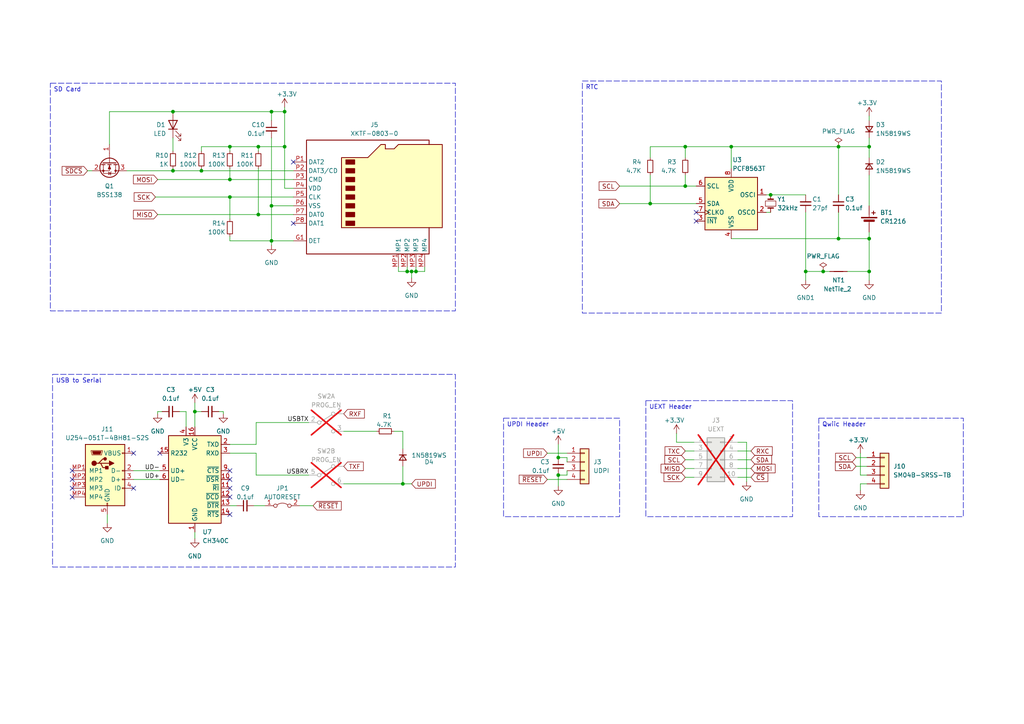
<source format=kicad_sch>
(kicad_sch (version 20230121) (generator eeschema)
  (paper "A4")
  (lib_symbols
    (symbol "Connector:Micro_SD_Card_Det1"
      (property "Reference" "J11" (at 0.635 20.955 0))
      (property "Value" "Micro_SD_Card_Det1" (at 0.635 18.415 0))
      (symbol "Micro_SD_Card_Det1_0_1"
        (rectangle (start -7.62 -6.985) (end -5.08 -8.255) (stroke (width 0.254)) (fill (type outline)))
        (rectangle (start -7.62 -4.445) (end -5.08 -5.715) (stroke (width 0.254)) (fill (type outline)))
        (rectangle (start -7.62 -1.905) (end -5.08 -3.175) (stroke (width 0.254)) (fill (type outline)))
        (rectangle (start -7.62 0.635) (end -5.08 -0.635) (stroke (width 0.254)) (fill (type outline)))
        (rectangle (start -7.62 3.175) (end -5.08 1.905) (stroke (width 0.254)) (fill (type outline)))
        (rectangle (start -7.62 5.715) (end -5.08 4.445) (stroke (width 0.254)) (fill (type outline)))
        (rectangle (start -7.62 8.255) (end -5.08 6.985) (stroke (width 0.254)) (fill (type outline)))
        (rectangle (start -7.62 10.795) (end -5.08 9.525) (stroke (width 0.254)) (fill (type outline)))
        (polyline (pts (xy 16.51 15.24) (xy 16.51 16.51) (xy -19.05 16.51) (xy -19.05 -16.51) (xy 16.51 -16.51) (xy 16.51 -8.89)) (stroke (width 0.254)))
        (polyline (pts (xy -8.89 -8.89) (xy -8.89 11.43) (xy -1.27 11.43) (xy 2.54 15.24) (xy 3.81 15.24) (xy 3.81 13.97) (xy 6.35 13.97) (xy 7.62 15.24) (xy 20.32 15.24) (xy 20.32 -8.89) (xy -8.89 -8.89)) (stroke (width 0.254)) (fill (type background)))
      )
      (symbol "Micro_SD_Card_Det1_1_1"
        (pin passive line (at -22.86 -12.7 0) (length 3.81) (name "DET") (number "G1"))
        (pin passive line (at 7.62 -20.32 90) (length 3.81) (name "MP1") (number "MP1"))
        (pin passive line (at 10.16 -20.32 90) (length 3.81) (name "MP2") (number "MP2"))
        (pin passive line (at 12.7 -20.32 90) (length 3.81) (name "MP3") (number "MP3"))
        (pin passive line (at 15.24 -20.32 90) (length 3.81) (name "MP4") (number "MP4"))
        (pin bidirectional line (at -22.86 10.16 0) (length 3.81) (name "DAT2") (number "P1"))
        (pin bidirectional line (at -22.86 7.62 0) (length 3.81) (name "DAT3/CD") (number "P2"))
        (pin input line (at -22.86 5.08 0) (length 3.81) (name "CMD") (number "P3"))
        (pin power_in line (at -22.86 2.54 0) (length 3.81) (name "VDD") (number "P4"))
        (pin input line (at -22.86 0 0) (length 3.81) (name "CLK") (number "P5"))
        (pin power_in line (at -22.86 -2.54 0) (length 3.81) (name "VSS") (number "P6"))
        (pin bidirectional line (at -22.86 -5.08 0) (length 3.81) (name "DAT0") (number "P7"))
        (pin bidirectional line (at -22.86 -7.62 0) (length 3.81) (name "DAT1") (number "P8"))
      )
    )
    (symbol "Connector:USB_B_Micro" (pin_names (offset 1.016))
      (property "Reference" "J11" (at 0 12.065 0))
      (property "Value" "U254-051T-4BH81-S2S" (at 0 9.525 0))
      (symbol "USB_B_Micro_0_1"
        (rectangle (start -6.35 7.62) (end 5.08 -10.16) (stroke (width 0.254)) (fill (type background)))
        (circle (center -3.81 2.159) (radius 0.635) (stroke (width 0.254)) (fill (type outline)))
        (circle (center -0.635 3.429) (radius 0.381) (stroke (width 0.254)) (fill (type outline)))
        (rectangle (start -0.127 -9.398) (end 0.127 -10.16))
        (polyline (pts (xy -1.905 2.159) (xy 0.635 2.159)) (stroke (width 0.254)))
        (polyline (pts (xy -3.175 2.159) (xy -2.54 2.159) (xy -1.27 3.429) (xy -0.635 3.429)) (stroke (width 0.254)))
        (polyline (pts (xy -2.54 2.159) (xy -1.905 2.159) (xy -1.27 0.889) (xy 0 0.889)) (stroke (width 0.254)))
        (polyline (pts (xy 0.635 2.794) (xy 0.635 1.524) (xy 1.905 2.159) (xy 0.635 2.794)) (stroke (width 0.254)) (fill (type outline)))
        (polyline (pts (xy -4.318 5.588) (xy -1.778 5.588) (xy -2.032 4.826) (xy -4.064 4.826) (xy -4.318 5.588)) (fill (type outline)))
        (polyline (pts (xy -4.699 5.842) (xy -4.699 5.588) (xy -4.445 4.826) (xy -4.445 4.572) (xy -1.651 4.572) (xy -1.651 4.826) (xy -1.397 5.588) (xy -1.397 5.842) (xy -4.699 5.842)))
        (rectangle (start 0.254 1.27) (end -0.508 0.508) (stroke (width 0.254)) (fill (type outline)))
        (rectangle (start 5.08 -5.207) (end 4.318 -4.953))
        (rectangle (start 5.08 -2.667) (end 4.318 -2.413))
        (rectangle (start 5.08 -0.127) (end 4.318 0.127))
        (rectangle (start 5.08 4.953) (end 4.318 5.207))
      )
      (symbol "USB_B_Micro_1_1"
        (pin power_out line (at 7.62 5.08 180) (length 2.54) (name "VBUS") (number "1"))
        (pin bidirectional line (at 7.62 0 180) (length 2.54) (name "D-") (number "2"))
        (pin bidirectional line (at 7.62 -2.54 180) (length 2.54) (name "D+") (number "3"))
        (pin passive line (at 7.62 -5.08 180) (length 2.54) (name "ID") (number "4"))
        (pin power_out line (at 0 -12.7 90) (length 2.54) (name "GND") (number "5"))
        (pin passive line (at -10.16 0 0) (length 3.81) (name "MP1") (number "MP1"))
        (pin passive line (at -10.16 -2.54 0) (length 3.81) (name "MP2") (number "MP2"))
        (pin passive line (at -10.16 -5.08 0) (length 3.81) (name "MP3") (number "MP3"))
        (pin passive line (at -10.16 -7.62 0) (length 3.81) (name "MP4") (number "MP4"))
      )
    )
    (symbol "Connector_Generic:Conn_01x04" (pin_names (offset 1.016) hide)
      (property "Reference" "J" (at 0 5.08 0))
      (property "Value" "Conn_01x04" (at 0 -7.62 0))
      (symbol "Conn_01x04_1_1"
        (rectangle (start -1.27 -4.953) (end 0 -5.207) (stroke (width 0.1524)))
        (rectangle (start -1.27 -2.413) (end 0 -2.667) (stroke (width 0.1524)))
        (rectangle (start -1.27 0.127) (end 0 -0.127) (stroke (width 0.1524)))
        (rectangle (start -1.27 2.667) (end 0 2.413) (stroke (width 0.1524)))
        (rectangle (start -1.27 3.81) (end 1.27 -6.35) (stroke (width 0.254)) (fill (type background)))
        (pin passive line (at -5.08 2.54 0) (length 3.81) (name "Pin_1") (number "1"))
        (pin passive line (at -5.08 0 0) (length 3.81) (name "Pin_2") (number "2"))
        (pin passive line (at -5.08 -2.54 0) (length 3.81) (name "Pin_3") (number "3"))
        (pin passive line (at -5.08 -5.08 0) (length 3.81) (name "Pin_4") (number "4"))
      )
    )
    (symbol "Connector_Generic:Conn_02x05_Odd_Even" (pin_names (offset 1.016) hide)
      (property "Reference" "J" (at 1.27 7.62 0))
      (property "Value" "Conn_02x05_Odd_Even" (at 1.27 -7.62 0))
      (symbol "Conn_02x05_Odd_Even_1_1"
        (rectangle (start -1.27 -4.953) (end 0 -5.207) (stroke (width 0.1524)))
        (rectangle (start -1.27 -2.413) (end 0 -2.667) (stroke (width 0.1524)))
        (rectangle (start -1.27 0.127) (end 0 -0.127) (stroke (width 0.1524)))
        (rectangle (start -1.27 2.667) (end 0 2.413) (stroke (width 0.1524)))
        (rectangle (start -1.27 5.207) (end 0 4.953) (stroke (width 0.1524)))
        (rectangle (start -1.27 6.35) (end 3.81 -6.35) (stroke (width 0.254)) (fill (type background)))
        (rectangle (start 3.81 -4.953) (end 2.54 -5.207) (stroke (width 0.1524)))
        (rectangle (start 3.81 -2.413) (end 2.54 -2.667) (stroke (width 0.1524)))
        (rectangle (start 3.81 0.127) (end 2.54 -0.127) (stroke (width 0.1524)))
        (rectangle (start 3.81 2.667) (end 2.54 2.413) (stroke (width 0.1524)))
        (rectangle (start 3.81 5.207) (end 2.54 4.953) (stroke (width 0.1524)))
        (pin passive line (at -5.08 5.08 0) (length 3.81) (name "Pin_1") (number "1"))
        (pin passive line (at 7.62 -5.08 180) (length 3.81) (name "Pin_10") (number "10"))
        (pin passive line (at 7.62 5.08 180) (length 3.81) (name "Pin_2") (number "2"))
        (pin passive line (at -5.08 2.54 0) (length 3.81) (name "Pin_3") (number "3"))
        (pin passive line (at 7.62 2.54 180) (length 3.81) (name "Pin_4") (number "4"))
        (pin passive line (at -5.08 0 0) (length 3.81) (name "Pin_5") (number "5"))
        (pin passive line (at 7.62 0 180) (length 3.81) (name "Pin_6") (number "6"))
        (pin passive line (at -5.08 -2.54 0) (length 3.81) (name "Pin_7") (number "7"))
        (pin passive line (at 7.62 -2.54 180) (length 3.81) (name "Pin_8") (number "8"))
        (pin passive line (at -5.08 -5.08 0) (length 3.81) (name "Pin_9") (number "9"))
      )
    )
    (symbol "Device:Battery_Cell" (pin_numbers hide) (pin_names (offset 0) hide)
      (property "Reference" "BT" (at 2.54 2.54 0))
      (property "Value" "Battery_Cell" (at 2.54 0 0))
      (symbol "Battery_Cell_0_1"
        (rectangle (start -2.286 1.778) (end 2.286 1.524) (fill (type outline)))
        (rectangle (start -1.524 1.016) (end 1.524 0.508) (fill (type outline)))
        (polyline (pts (xy 0 0.762) (xy 0 0)))
        (polyline (pts (xy 0 1.778) (xy 0 2.54)))
        (polyline (pts (xy 0.762 3.048) (xy 1.778 3.048)) (stroke (width 0.254)))
        (polyline (pts (xy 1.27 3.556) (xy 1.27 2.54)) (stroke (width 0.254)))
      )
      (symbol "Battery_Cell_1_1"
        (pin passive line (at 0 5.08 270) (length 2.54) (name "+") (number "1"))
        (pin passive line (at 0 -2.54 90) (length 2.54) (name "-") (number "2"))
      )
    )
    (symbol "Device:C_Small" (pin_numbers hide) (pin_names (offset 0.254) hide)
      (property "Reference" "C" (at 0.254 1.778 0))
      (property "Value" "C_Small" (at 0.254 -2.032 0))
      (symbol "C_Small_0_1"
        (polyline (pts (xy -1.524 -0.508) (xy 1.524 -0.508)) (stroke (width 0.3302)))
        (polyline (pts (xy -1.524 0.508) (xy 1.524 0.508)) (stroke (width 0.3048)))
      )
      (symbol "C_Small_1_1"
        (pin passive line (at 0 2.54 270) (length 2.032) (name "~") (number "1"))
        (pin passive line (at 0 -2.54 90) (length 2.032) (name "~") (number "2"))
      )
    )
    (symbol "Device:Crystal_Small" (pin_numbers hide) (pin_names (offset 1.016) hide)
      (property "Reference" "Y" (at 0 2.54 0))
      (property "Value" "Crystal_Small" (at 0 -2.54 0))
      (symbol "Crystal_Small_0_1"
        (rectangle (start -0.762 -1.524) (end 0.762 1.524))
        (polyline (pts (xy -1.27 -0.762) (xy -1.27 0.762)) (stroke (width 0.381)))
        (polyline (pts (xy 1.27 -0.762) (xy 1.27 0.762)) (stroke (width 0.381)))
      )
      (symbol "Crystal_Small_1_1"
        (pin passive line (at -2.54 0 0) (length 1.27) (name "1") (number "1"))
        (pin passive line (at 2.54 0 180) (length 1.27) (name "2") (number "2"))
      )
    )
    (symbol "Device:D_Small" (pin_numbers hide) (pin_names (offset 0.254) hide)
      (property "Reference" "D" (at -1.27 2.032 0))
      (property "Value" "D_Small" (at -3.81 -2.032 0))
      (symbol "D_Small_0_1"
        (polyline (pts (xy -0.762 -1.016) (xy -0.762 1.016)) (stroke (width 0.254)))
        (polyline (pts (xy -0.762 0) (xy 0.762 0)))
        (polyline (pts (xy 0.762 -1.016) (xy -0.762 0) (xy 0.762 1.016) (xy 0.762 -1.016)) (stroke (width 0.254)))
      )
      (symbol "D_Small_1_1"
        (pin passive line (at -2.54 0 0) (length 1.778) (name "K") (number "1"))
        (pin passive line (at 2.54 0 180) (length 1.778) (name "A") (number "2"))
      )
    )
    (symbol "Device:LED" (pin_numbers hide) (pin_names (offset 1.016) hide)
      (property "Reference" "D" (at 0 2.54 0))
      (property "Value" "LED" (at 0 -2.54 0))
      (symbol "LED_0_1"
        (polyline (pts (xy -1.27 -1.27) (xy -1.27 1.27)) (stroke (width 0.254)))
        (polyline (pts (xy -1.27 0) (xy 1.27 0)))
        (polyline (pts (xy 1.27 -1.27) (xy 1.27 1.27) (xy -1.27 0) (xy 1.27 -1.27)) (stroke (width 0.254)))
        (polyline (pts (xy -3.048 -0.762) (xy -4.572 -2.286) (xy -3.81 -2.286) (xy -4.572 -2.286) (xy -4.572 -1.524)))
        (polyline (pts (xy -1.778 -0.762) (xy -3.302 -2.286) (xy -2.54 -2.286) (xy -3.302 -2.286) (xy -3.302 -1.524)))
      )
      (symbol "LED_1_1"
        (pin passive line (at -3.81 0 0) (length 2.54) (name "K") (number "1"))
        (pin passive line (at 3.81 0 180) (length 2.54) (name "A") (number "2"))
      )
    )
    (symbol "Device:NetTie_2" (pin_numbers hide) (pin_names (offset 0) hide) (in_bom no)
      (property "Reference" "NT" (at 0 1.27 0))
      (property "Value" "NetTie_2" (at 0 -1.27 0))
      (symbol "NetTie_2_0_1"
        (polyline (pts (xy -1.27 0) (xy 1.27 0)) (stroke (width 0.254)))
      )
      (symbol "NetTie_2_1_1"
        (pin passive line (at -2.54 0 0) (length 2.54) (name "1") (number "1"))
        (pin passive line (at 2.54 0 180) (length 2.54) (name "2") (number "2"))
      )
    )
    (symbol "Device:R_Small" (pin_numbers hide) (pin_names (offset 0.254) hide)
      (property "Reference" "R" (at 0.762 0.508 0))
      (property "Value" "R_Small" (at 0.762 -1.016 0))
      (symbol "R_Small_0_1"
        (rectangle (start -0.762 1.778) (end 0.762 -1.778) (stroke (width 0.2032)))
      )
      (symbol "R_Small_1_1"
        (pin passive line (at 0 2.54 270) (length 0.762) (name "~") (number "1"))
        (pin passive line (at 0 -2.54 90) (length 0.762) (name "~") (number "2"))
      )
    )
    (symbol "GND_1" (power) (pin_names (offset 0))
      (property "Value" "GND_1" (at 0 -3.81 0))
      (symbol "GND_1_0_1"
        (polyline (pts (xy 0 0) (xy 0 -1.27) (xy 1.27 -1.27) (xy 0 -2.54) (xy -1.27 -1.27) (xy 0 -1.27)))
      )
      (symbol "GND_1_1_1"
        (pin power_in line (at 0 0 270) (length 0) hide (name "GND") (number "1"))
      )
    )
    (symbol "Interface_USB:CH340C"
      (property "Reference" "U" (at -5.08 13.97 0))
      (property "Value" "CH340C" (at 1.27 13.97 0))
      (symbol "CH340C_0_1"
        (rectangle (start -7.62 12.7) (end 7.62 -12.7) (stroke (width 0.254)) (fill (type background)))
      )
      (symbol "CH340C_1_1"
        (pin power_in line (at 0 -15.24 90) (length 2.54) (name "GND") (number "1"))
        (pin input line (at 10.16 0 180) (length 2.54) (name "~{DSR}") (number "10"))
        (pin input line (at 10.16 -2.54 180) (length 2.54) (name "~{RI}") (number "11"))
        (pin input line (at 10.16 -5.08 180) (length 2.54) (name "~{DCD}") (number "12"))
        (pin output line (at 10.16 -7.62 180) (length 2.54) (name "~{DTR}") (number "13"))
        (pin output line (at 10.16 -10.16 180) (length 2.54) (name "~{RTS}") (number "14"))
        (pin input line (at -10.16 7.62 0) (length 2.54) (name "R232") (number "15"))
        (pin power_in line (at 0 15.24 270) (length 2.54) (name "VCC") (number "16"))
        (pin output line (at 10.16 10.16 180) (length 2.54) (name "TXD") (number "2"))
        (pin input line (at 10.16 7.62 180) (length 2.54) (name "RXD") (number "3"))
        (pin passive line (at -2.54 15.24 270) (length 2.54) (name "V3") (number "4"))
        (pin bidirectional line (at -10.16 2.54 0) (length 2.54) (name "UD+") (number "5"))
        (pin bidirectional line (at -10.16 0 0) (length 2.54) (name "UD-") (number "6"))
        (pin no_connect line (at -7.62 -7.62 0) (length 2.54) hide (name "NC") (number "7"))
        (pin no_connect line (at -7.62 -10.16 0) (length 2.54) hide (name "NC") (number "8"))
        (pin input line (at 10.16 2.54 180) (length 2.54) (name "~{CTS}") (number "9"))
      )
    )
    (symbol "Jumper:Jumper_2_Bridged" (pin_names (offset 0) hide)
      (property "Reference" "JP" (at 0 1.905 0))
      (property "Value" "Jumper_2_Bridged" (at 0 -2.54 0))
      (symbol "Jumper_2_Bridged_0_0"
        (circle (center -2.032 0) (radius 0.508))
        (circle (center 2.032 0) (radius 0.508))
      )
      (symbol "Jumper_2_Bridged_0_1"
        (arc (start 1.524 0.254) (mid 0 0.762) (end -1.524 0.254))
      )
      (symbol "Jumper_2_Bridged_1_1"
        (pin passive line (at -5.08 0 0) (length 2.54) (name "A") (number "1"))
        (pin passive line (at 5.08 0 180) (length 2.54) (name "B") (number "2"))
      )
    )
    (symbol "Switch:SW_DPDT_x2" (pin_names (offset 0) hide)
      (property "Reference" "SW" (at 0 4.318 0))
      (property "Value" "SW_DPDT_x2" (at 0 -5.08 0))
      (symbol "SW_DPDT_x2_0_0"
        (circle (center -2.032 0) (radius 0.508))
        (circle (center 2.032 -2.54) (radius 0.508))
      )
      (symbol "SW_DPDT_x2_0_1"
        (polyline (pts (xy -1.524 0.254) (xy 1.651 2.286)))
        (circle (center 2.032 2.54) (radius 0.508))
      )
      (symbol "SW_DPDT_x2_1_1"
        (pin passive line (at 5.08 2.54 180) (length 2.54) (name "A") (number "1"))
        (pin passive line (at -5.08 0 0) (length 2.54) (name "B") (number "2"))
        (pin passive line (at 5.08 -2.54 180) (length 2.54) (name "C") (number "3"))
      )
      (symbol "SW_DPDT_x2_2_1"
        (pin passive line (at 5.08 2.54 180) (length 2.54) (name "A") (number "4"))
        (pin passive line (at -5.08 0 0) (length 2.54) (name "B") (number "5"))
        (pin passive line (at 5.08 -2.54 180) (length 2.54) (name "C") (number "6"))
      )
    )
    (symbol "Timer_RTC:PCF8563T"
      (property "Reference" "U3" (at -0.3459 12.7 0))
      (property "Value" "PCF8563T" (at -0.3459 10.16 0))
      (symbol "PCF8563T_0_1"
        (rectangle (start -7.62 7.62) (end 7.62 -7.62) (stroke (width 0.254)) (fill (type background)))
      )
      (symbol "PCF8563T_1_1"
        (pin input line (at -10.16 2.54 0) (length 2.54) (name "OSCI") (number "1"))
        (pin output line (at -10.16 -2.54 0) (length 2.54) (name "OSCO") (number "2"))
        (pin output line (at 10.16 -5.08 180) (length 2.54) (name "~{INT}") (number "3"))
        (pin power_in line (at 0 -10.16 90) (length 2.54) (name "VSS") (number "4"))
        (pin bidirectional line (at 10.16 0 180) (length 2.54) (name "SDA") (number "5"))
        (pin input line (at 10.16 5.08 180) (length 2.54) (name "SCL") (number "6"))
        (pin output clock (at 10.16 -2.54 180) (length 2.54) (name "CLKO") (number "7"))
        (pin power_in line (at 0 10.16 270) (length 2.54) (name "VDD") (number "8"))
      )
    )
    (symbol "Transistor_FET:BSS138" (pin_names hide)
      (property "Reference" "Q" (at 5.08 1.905 0))
      (property "Value" "BSS138" (at 5.08 0 0))
      (symbol "BSS138_0_1"
        (polyline (pts (xy 0.254 0) (xy -2.54 0)))
        (polyline (pts (xy 0.254 1.905) (xy 0.254 -1.905)) (stroke (width 0.254)))
        (polyline (pts (xy 0.762 -1.27) (xy 0.762 -2.286)) (stroke (width 0.254)))
        (polyline (pts (xy 0.762 0.508) (xy 0.762 -0.508)) (stroke (width 0.254)))
        (polyline (pts (xy 0.762 2.286) (xy 0.762 1.27)) (stroke (width 0.254)))
        (polyline (pts (xy 2.54 2.54) (xy 2.54 1.778)))
        (polyline (pts (xy 2.54 -2.54) (xy 2.54 0) (xy 0.762 0)))
        (polyline (pts (xy 0.762 -1.778) (xy 3.302 -1.778) (xy 3.302 1.778) (xy 0.762 1.778)))
        (polyline (pts (xy 1.016 0) (xy 2.032 0.381) (xy 2.032 -0.381) (xy 1.016 0)) (fill (type outline)))
        (polyline (pts (xy 2.794 0.508) (xy 2.921 0.381) (xy 3.683 0.381) (xy 3.81 0.254)))
        (polyline (pts (xy 3.302 0.381) (xy 2.921 -0.254) (xy 3.683 -0.254) (xy 3.302 0.381)))
        (circle (center 1.651 0) (radius 2.794) (stroke (width 0.254)))
        (circle (center 2.54 -1.778) (radius 0.254) (fill (type outline)))
        (circle (center 2.54 1.778) (radius 0.254) (fill (type outline)))
      )
      (symbol "BSS138_1_1"
        (pin input line (at -5.08 0 0) (length 2.54) (name "G") (number "1"))
        (pin passive line (at 2.54 -5.08 90) (length 2.54) (name "S") (number "2"))
        (pin passive line (at 2.54 5.08 270) (length 2.54) (name "D") (number "3"))
      )
    )
    (symbol "power:+3.3V" (power) (pin_names (offset 0))
      (property "Value" "+3.3V" (at 0 3.556 0))
      (symbol "+3.3V_0_1"
        (polyline (pts (xy -0.762 1.27) (xy 0 2.54)))
        (polyline (pts (xy 0 0) (xy 0 2.54)))
        (polyline (pts (xy 0 2.54) (xy 0.762 1.27)))
      )
      (symbol "+3.3V_1_1"
        (pin power_in line (at 0 0 90) (length 0) hide (name "+3.3V") (number "1"))
      )
    )
    (symbol "power:+5V" (power) (pin_names (offset 0))
      (property "Value" "+5V" (at 0 3.556 0))
      (symbol "+5V_0_1"
        (polyline (pts (xy -0.762 1.27) (xy 0 2.54)))
        (polyline (pts (xy 0 0) (xy 0 2.54)))
        (polyline (pts (xy 0 2.54) (xy 0.762 1.27)))
      )
      (symbol "+5V_1_1"
        (pin power_in line (at 0 0 90) (length 0) hide (name "+5V") (number "1"))
      )
    )
    (symbol "power:GND1" (power) (pin_names (offset 0))
      (property "Value" "GND1" (at 0 -3.81 0))
      (symbol "GND1_0_1"
        (polyline (pts (xy 0 0) (xy 0 -1.27) (xy 1.27 -1.27) (xy 0 -2.54) (xy -1.27 -1.27) (xy 0 -1.27)))
      )
      (symbol "GND1_1_1"
        (pin power_in line (at 0 0 270) (length 0) hide (name "GND1") (number "1"))
      )
    )
    (symbol "power:PWR_FLAG" (power) (pin_numbers hide) (pin_names (offset 0) hide)
      (property "Value" "PWR_FLAG" (at 0 3.81 0))
      (symbol "PWR_FLAG_0_0"
        (pin power_out line (at 0 0 90) (length 0) (name "pwr") (number "1"))
      )
      (symbol "PWR_FLAG_0_1"
        (polyline (pts (xy 0 0) (xy 0 1.27) (xy -1.016 1.905) (xy 0 2.54) (xy 1.016 1.905) (xy 0 1.27)))
      )
    )
  )
  (junction (at 233.68 78.74))
  (junction (at 116.84 140.335))
  (junction (at 78.74 32.385))
  (junction (at 58.42 49.53))
  (junction (at 78.74 59.69))
  (junction (at 161.925 137.795))
  (junction (at 223.52 56.515))
  (junction (at 252.095 78.74))
  (junction (at 120.65 78.74))
  (junction (at 82.55 32.385))
  (junction (at 56.515 119.38))
  (junction (at 50.165 32.385))
  (junction (at 66.675 42.545))
  (junction (at 243.205 69.215))
  (junction (at 78.74 69.85))
  (junction (at 243.205 42.545))
  (junction (at 252.095 42.545))
  (junction (at 161.925 132.715))
  (junction (at 82.55 42.545))
  (junction (at 238.76 78.74))
  (junction (at 198.755 42.545))
  (junction (at 118.11 78.74))
  (junction (at 198.755 53.975))
  (junction (at 50.165 49.53))
  (junction (at 188.595 59.055))
  (junction (at 119.38 78.74))
  (junction (at 252.095 69.215))
  (junction (at 66.675 52.07))
  (junction (at 66.675 57.15))
  (junction (at 74.93 42.545))
  (junction (at 212.09 42.545))
  (junction (at 74.93 62.23))
  (no_connect (at 201.93 64.135))
  (no_connect (at 85.09 64.77))
  (no_connect (at 66.675 144.145))
  (no_connect (at 38.735 141.605))
  (no_connect (at 46.355 131.445))
  (no_connect (at 66.675 141.605))
  (no_connect (at 20.955 136.525))
  (no_connect (at 20.955 141.605))
  (no_connect (at 66.675 139.065))
  (no_connect (at 20.955 139.065))
  (no_connect (at 20.955 144.145))
  (no_connect (at 201.93 61.595))
  (no_connect (at 85.09 46.99))
  (no_connect (at 38.735 131.445))
  (no_connect (at 66.675 136.525))
  (no_connect (at 66.675 149.225))
  (wire (pts (xy 252.095 40.005) (xy 252.095 42.545)))
  (wire (pts (xy 252.095 78.74) (xy 252.095 81.28)))
  (wire (pts (xy 66.675 57.15) (xy 85.09 57.15)))
  (wire (pts (xy 119.38 78.74) (xy 119.38 80.645)))
  (wire (pts (xy 118.11 78.74) (xy 119.38 78.74)))
  (wire (pts (xy 90.805 146.685) (xy 86.995 146.685)))
  (wire (pts (xy 223.52 56.515) (xy 233.68 56.515)))
  (wire (pts (xy 196.215 125.73) (xy 196.215 128.27)))
  (wire (pts (xy 123.19 78.74) (xy 123.19 77.47)))
  (wire (pts (xy 114.3 125.095) (xy 116.84 125.095)))
  (wire (pts (xy 56.515 119.38) (xy 56.515 123.825)))
  (wire (pts (xy 198.755 53.975) (xy 201.93 53.975)))
  (wire (pts (xy 78.74 69.85) (xy 85.09 69.85)))
  (wire (pts (xy 31.75 32.385) (xy 31.75 41.91)))
  (wire (pts (xy 252.095 42.545) (xy 252.095 45.72)))
  (wire (pts (xy 45.72 62.23) (xy 74.93 62.23)))
  (wire (pts (xy 82.55 54.61) (xy 85.09 54.61)))
  (wire (pts (xy 198.755 130.81) (xy 201.295 130.81)))
  (wire (pts (xy 78.74 32.385) (xy 82.55 32.385)))
  (wire (pts (xy 179.705 59.055) (xy 188.595 59.055)))
  (wire (pts (xy 198.755 42.545) (xy 212.09 42.545)))
  (wire (pts (xy 66.675 57.15) (xy 66.675 63.5)))
  (wire (pts (xy 233.68 78.74) (xy 233.68 81.28)))
  (wire (pts (xy 74.295 128.905) (xy 66.675 128.905)))
  (wire (pts (xy 56.515 119.38) (xy 58.42 119.38)))
  (wire (pts (xy 212.09 69.215) (xy 243.205 69.215)))
  (wire (pts (xy 198.755 138.43) (xy 201.295 138.43)))
  (wire (pts (xy 161.925 128.905) (xy 161.925 132.715)))
  (wire (pts (xy 196.215 128.27) (xy 201.295 128.27)))
  (wire (pts (xy 213.995 130.81) (xy 217.805 130.81)))
  (wire (pts (xy 120.65 78.74) (xy 123.19 78.74)))
  (wire (pts (xy 238.76 78.74) (xy 240.665 78.74)))
  (wire (pts (xy 198.755 133.35) (xy 201.295 133.35)))
  (wire (pts (xy 212.09 42.545) (xy 243.205 42.545)))
  (wire (pts (xy 233.68 78.74) (xy 238.76 78.74)))
  (wire (pts (xy 50.165 49.53) (xy 58.42 49.53)))
  (wire (pts (xy 243.205 42.545) (xy 243.205 56.515)))
  (wire (pts (xy 45.72 119.38) (xy 45.72 120.015)))
  (wire (pts (xy 213.995 133.35) (xy 217.805 133.35)))
  (wire (pts (xy 45.72 52.07) (xy 66.675 52.07)))
  (wire (pts (xy 66.675 48.895) (xy 66.675 52.07)))
  (wire (pts (xy 74.93 42.545) (xy 74.93 43.815)))
  (wire (pts (xy 25.4 49.53) (xy 26.67 49.53)))
  (wire (pts (xy 78.74 69.85) (xy 78.74 71.12)))
  (wire (pts (xy 50.165 32.385) (xy 78.74 32.385)))
  (wire (pts (xy 66.675 68.58) (xy 66.675 69.85)))
  (wire (pts (xy 56.515 116.84) (xy 56.515 119.38)))
  (wire (pts (xy 222.25 61.595) (xy 223.52 61.595)))
  (wire (pts (xy 56.515 154.305) (xy 56.515 156.21)))
  (wire (pts (xy 158.75 139.065) (xy 164.465 139.065)))
  (wire (pts (xy 248.285 132.715) (xy 251.46 132.715)))
  (wire (pts (xy 222.25 56.515) (xy 223.52 56.515)))
  (wire (pts (xy 82.55 42.545) (xy 82.55 54.61)))
  (wire (pts (xy 188.595 50.8) (xy 188.595 59.055)))
  (wire (pts (xy 74.295 122.555) (xy 89.535 122.555)))
  (wire (pts (xy 116.84 140.335) (xy 119.38 140.335)))
  (wire (pts (xy 45.085 57.15) (xy 66.675 57.15)))
  (wire (pts (xy 66.675 146.685) (xy 68.58 146.685)))
  (wire (pts (xy 179.705 53.975) (xy 198.755 53.975)))
  (wire (pts (xy 74.295 137.795) (xy 89.535 137.795)))
  (wire (pts (xy 58.42 49.53) (xy 85.09 49.53)))
  (wire (pts (xy 73.66 146.685) (xy 76.835 146.685)))
  (wire (pts (xy 252.095 50.8) (xy 252.095 59.69)))
  (wire (pts (xy 53.975 119.38) (xy 53.975 123.825)))
  (wire (pts (xy 216.535 128.27) (xy 216.535 139.7)))
  (wire (pts (xy 99.695 140.335) (xy 116.84 140.335)))
  (wire (pts (xy 252.095 67.31) (xy 252.095 69.215)))
  (wire (pts (xy 164.465 133.985) (xy 164.465 132.715)))
  (wire (pts (xy 82.55 31.115) (xy 82.55 32.385)))
  (wire (pts (xy 31.115 149.225) (xy 31.115 151.765)))
  (wire (pts (xy 249.555 137.795) (xy 251.46 137.795)))
  (wire (pts (xy 213.995 138.43) (xy 217.805 138.43)))
  (wire (pts (xy 252.095 69.215) (xy 252.095 78.74)))
  (wire (pts (xy 36.83 49.53) (xy 50.165 49.53)))
  (wire (pts (xy 164.465 137.795) (xy 164.465 136.525)))
  (wire (pts (xy 66.675 69.85) (xy 78.74 69.85)))
  (wire (pts (xy 120.65 77.47) (xy 120.65 78.74)))
  (wire (pts (xy 38.735 136.525) (xy 46.355 136.525)))
  (wire (pts (xy 58.42 48.895) (xy 58.42 49.53)))
  (wire (pts (xy 243.205 69.215) (xy 252.095 69.215)))
  (wire (pts (xy 99.695 125.095) (xy 109.22 125.095)))
  (wire (pts (xy 212.09 42.545) (xy 212.09 48.895)))
  (wire (pts (xy 63.5 119.38) (xy 64.77 119.38)))
  (wire (pts (xy 245.745 78.74) (xy 252.095 78.74)))
  (wire (pts (xy 74.295 128.905) (xy 74.295 122.555)))
  (wire (pts (xy 50.165 40.005) (xy 50.165 43.815)))
  (wire (pts (xy 78.74 59.69) (xy 85.09 59.69)))
  (wire (pts (xy 116.84 125.095) (xy 116.84 130.175)))
  (wire (pts (xy 115.57 78.74) (xy 118.11 78.74)))
  (wire (pts (xy 251.46 140.335) (xy 249.555 140.335)))
  (wire (pts (xy 50.165 48.895) (xy 50.165 49.53)))
  (wire (pts (xy 74.93 62.23) (xy 85.09 62.23)))
  (wire (pts (xy 198.755 42.545) (xy 198.755 45.72)))
  (wire (pts (xy 74.93 48.895) (xy 74.93 62.23)))
  (wire (pts (xy 118.11 77.47) (xy 118.11 78.74)))
  (wire (pts (xy 248.285 135.255) (xy 251.46 135.255)))
  (wire (pts (xy 38.735 139.065) (xy 46.355 139.065)))
  (wire (pts (xy 74.93 42.545) (xy 82.55 42.545)))
  (wire (pts (xy 158.75 131.445) (xy 164.465 131.445)))
  (wire (pts (xy 66.675 42.545) (xy 66.675 43.815)))
  (wire (pts (xy 66.675 42.545) (xy 74.93 42.545)))
  (wire (pts (xy 161.925 137.795) (xy 161.925 140.97)))
  (wire (pts (xy 78.74 32.385) (xy 78.74 34.925)))
  (wire (pts (xy 249.555 140.335) (xy 249.555 142.24)))
  (wire (pts (xy 198.755 135.89) (xy 201.295 135.89)))
  (wire (pts (xy 188.595 42.545) (xy 198.755 42.545)))
  (wire (pts (xy 188.595 59.055) (xy 201.93 59.055)))
  (wire (pts (xy 46.99 119.38) (xy 45.72 119.38)))
  (wire (pts (xy 66.675 131.445) (xy 74.295 131.445)))
  (wire (pts (xy 116.84 140.335) (xy 116.84 135.255)))
  (wire (pts (xy 213.995 128.27) (xy 216.535 128.27)))
  (wire (pts (xy 66.675 52.07) (xy 85.09 52.07)))
  (wire (pts (xy 233.68 61.595) (xy 233.68 78.74)))
  (wire (pts (xy 31.75 32.385) (xy 50.165 32.385)))
  (wire (pts (xy 78.74 59.69) (xy 78.74 69.85)))
  (wire (pts (xy 161.925 137.795) (xy 164.465 137.795)))
  (wire (pts (xy 243.205 42.545) (xy 252.095 42.545)))
  (wire (pts (xy 53.975 119.38) (xy 52.07 119.38)))
  (wire (pts (xy 58.42 42.545) (xy 58.42 43.815)))
  (wire (pts (xy 64.77 119.38) (xy 64.77 120.015)))
  (wire (pts (xy 78.74 40.005) (xy 78.74 59.69)))
  (wire (pts (xy 82.55 32.385) (xy 82.55 42.545)))
  (wire (pts (xy 249.555 131.445) (xy 249.555 137.795)))
  (wire (pts (xy 115.57 77.47) (xy 115.57 78.74)))
  (wire (pts (xy 252.095 33.655) (xy 252.095 34.925)))
  (wire (pts (xy 74.295 131.445) (xy 74.295 137.795)))
  (wire (pts (xy 58.42 42.545) (xy 66.675 42.545)))
  (wire (pts (xy 243.205 61.595) (xy 243.205 69.215)))
  (wire (pts (xy 213.995 135.89) (xy 217.805 135.89)))
  (wire (pts (xy 198.755 50.8) (xy 198.755 53.975)))
  (wire (pts (xy 188.595 42.545) (xy 188.595 45.72)))
  (wire (pts (xy 164.465 132.715) (xy 161.925 132.715)))
  (wire (pts (xy 119.38 78.74) (xy 120.65 78.74)))
  (text_box "SD Card" (at 14.605 24.13 0) (size 117.475 66.04) (stroke (width 0) (type dash)) (effects (font (size 1.27 1.27)) (justify left top)))
  (text_box "UEXT Header" (at 187.325 116.205 0) (size 42.545 33.655) (stroke (width 0) (type dash)) (effects (font (size 1.27 1.27)) (justify left top)))
  (text_box "Qwiic Header" (at 237.49 121.285 0) (size 41.91 28.575) (stroke (width 0) (type dash)) (effects (font (size 1.27 1.27)) (justify left top)))
  (text_box "USB to Serial" (at 15.24 108.585 0) (size 116.84 55.88) (stroke (width 0) (type dash)) (effects (font (size 1.27 1.27)) (justify left top)))
  (text_box "RTC" (at 168.91 23.495 0) (size 104.14 67.31) (stroke (width 0) (type dash)) (effects (font (size 1.27 1.27)) (justify left top)))
  (text_box "UPDI Header" (at 146.05 121.285 0) (size 33.655 28.575) (stroke (width 0) (type dash)) (effects (font (size 1.27 1.27)) (justify left top)))
  (label "UD-" (at 46.355 136.525 180))
  (label "USBRX" (at 89.535 137.795 180))
  (label "USBTX" (at 89.535 122.555 180))
  (label "UD+" (at 46.355 139.065 180))
  (global_label "MISO" (shape input) (at 45.72 62.23 180) (property "Intersheetrefs" "${INTERSHEET_REFS}" (effects hide)))
  (global_label "MOSI" (shape input) (at 45.72 52.07 180) (property "Intersheetrefs" "${INTERSHEET_REFS}" (effects hide)))
  (global_label "SCK" (shape input) (at 45.085 57.15 180) (property "Intersheetrefs" "${INTERSHEET_REFS}" (effects hide)))
  (global_label "SCK" (shape input) (at 198.755 138.43 180) (property "Intersheetrefs" "${INTERSHEET_REFS}" (effects hide)))
  (global_label "UPDI" (shape input) (at 158.75 131.445 180) (property "Intersheetrefs" "${INTERSHEET_REFS}" (effects hide)))
  (global_label "SCL" (shape input) (at 179.705 53.975 180) (property "Intersheetrefs" "${INTERSHEET_REFS}" (effects hide)))
  (global_label "RXC" (shape input) (at 217.805 130.81 0) (property "Intersheetrefs" "${INTERSHEET_REFS}" (effects hide)))
  (global_label "UPDI" (shape input) (at 119.38 140.335 0) (property "Intersheetrefs" "${INTERSHEET_REFS}" (effects hide)))
  (global_label "MOSI" (shape input) (at 217.805 135.89 0) (property "Intersheetrefs" "${INTERSHEET_REFS}" (effects hide)))
  (global_label "MISO" (shape input) (at 198.755 135.89 180) (property "Intersheetrefs" "${INTERSHEET_REFS}" (effects hide)))
  (global_label "SCL" (shape input) (at 198.755 133.35 180) (property "Intersheetrefs" "${INTERSHEET_REFS}" (effects hide)))
  (global_label "~{RESET}" (shape input) (at 158.75 139.065 180) (property "Intersheetrefs" "${INTERSHEET_REFS}" (effects hide)))
  (global_label "RXF" (shape input) (at 99.695 120.015 0) (property "Intersheetrefs" "${INTERSHEET_REFS}" (effects hide)))
  (global_label "~{RESET}" (shape input) (at 90.805 146.685 0) (property "Intersheetrefs" "${INTERSHEET_REFS}" (effects hide)))
  (global_label "TXC" (shape input) (at 198.755 130.81 180) (property "Intersheetrefs" "${INTERSHEET_REFS}" (effects hide)))
  (global_label "~{CS}" (shape input) (at 217.805 138.43 0) (property "Intersheetrefs" "${INTERSHEET_REFS}" (effects hide)))
  (global_label "SDA" (shape input) (at 248.285 135.255 180) (property "Intersheetrefs" "${INTERSHEET_REFS}" (effects hide)))
  (global_label "SCL" (shape input) (at 248.285 132.715 180) (property "Intersheetrefs" "${INTERSHEET_REFS}" (effects hide)))
  (global_label "~{SDCS}" (shape input) (at 25.4 49.53 180) (property "Intersheetrefs" "${INTERSHEET_REFS}" (effects hide)))
  (global_label "SDA" (shape input) (at 179.705 59.055 180) (property "Intersheetrefs" "${INTERSHEET_REFS}" (effects hide)))
  (global_label "SDA" (shape input) (at 217.805 133.35 0) (property "Intersheetrefs" "${INTERSHEET_REFS}" (effects hide)))
  (global_label "TXF" (shape input) (at 99.695 135.255 0) (property "Intersheetrefs" "${INTERSHEET_REFS}" (effects hide)))
  (symbol (lib_name "GND_1") (lib_id "power:GND") (at 64.77 120.015 0) (unit 1)
    (property "Reference" "#PWR038" (effects hide))
    (property "Value" "GND" (at 64.77 125.095 0))
  )
  (symbol (lib_id "Interface_USB:CH340C") (at 56.515 139.065 0) (unit 1)
    (property "Reference" "U7" (at 58.7091 154.305 0) (effects (justify left)))
    (property "Value" "CH340C" (at 58.7091 156.845 0) (effects (justify left)))
    (property "Footprint" "Package_SO:SOIC-16_3.9x9.9mm_P1.27mm" (effects hide))
    (property "Datasheet" "https://datasheet.lcsc.com/szlcsc/Jiangsu-Qin-Heng-CH340C_C84681.pdf" (effects hide))
  )
  (symbol (lib_id "Device:C_Small") (at 161.925 135.255 0) (mirror x) (unit 1)
    (property "Reference" "C3" (at 159.385 133.9786 0) (effects (justify right)))
    (property "Value" "0.1uf" (at 159.385 136.5186 0) (effects (justify right)))
    (property "Footprint" "Capacitor_SMD:C_0402_1005Metric" (effects hide))
    (instances (project "temp" (path "" (reference "C3") (unit 1))) (project "z80ctrlng" (path "" (reference "C7") (unit 1)) (path "" (reference "C6") (unit 1))))
  )
  (symbol (lib_id "power:PWR_FLAG") (at 238.76 78.74 0) (unit 1)
    (property "Reference" "#FLG01" (effects hide))
    (property "Value" "PWR_FLAG" (at 238.76 74.295 0))
  )
  (symbol (lib_id "Device:D_Small") (at 252.095 48.26 270) (unit 1)
    (property "Reference" "D2" (at 254 46.99 90) (effects (justify left)))
    (property "Value" "1N5819WS" (at 254 49.53 90) (effects (justify left)))
    (property "Footprint" "Diode_SMD:D_SOD-323_HandSoldering" (effects hide))
    (property "Sim.Device" "D" (effects hide))
    (property "Sim.Pins" "1=K 2=A" (effects hide))
  )
  (symbol (lib_id "power:+3.3V") (at 249.555 131.445 0) (mirror y) (unit 1)
    (property "Reference" "#PWR04" (effects hide))
    (property "Value" "+3.3V" (at 248.92 127.635 0))
    (instances (project "temp" (path "" (reference "#PWR04") (unit 1))) (project "GenLink" (path "" (reference "#PWR010") (unit 1))) (project "z80ctrlng" (path "" (reference "#PWR042") (unit 1)) (path "" (reference "#PWR036") (unit 1))))
  )
  (symbol (lib_id "power:+3.3V") (at 196.215 125.73 0) (mirror y) (unit 1)
    (property "Reference" "#PWR04" (effects hide))
    (property "Value" "+3.3V" (at 195.58 121.92 0))
    (instances (project "temp" (path "" (reference "#PWR04") (unit 1))) (project "GenLink" (path "" (reference "#PWR010") (unit 1))) (project "z80ctrlng" (path "" (reference "#PWR037") (unit 1)) (path "" (reference "#PWR031") (unit 1))))
  )
  (symbol (lib_id "Device:Crystal_Small") (at 223.52 59.055 90) (unit 1)
    (property "Reference" "Y1" (at 225.425 57.785 90) (effects (justify right)))
    (property "Value" "32kHz" (at 225.425 60.325 90) (effects (justify right)))
    (property "Footprint" "Crystal:Crystal_SMD_3215-2Pin_3.2x1.5mm" (effects hide))
  )
  (symbol (lib_id "Device:R_Small") (at 66.675 66.04 180) (unit 1)
    (property "Reference" "R14" (at 65.405 64.77 0) (effects (justify left)))
    (property "Value" "100K" (at 65.405 67.31 0) (effects (justify left)))
    (property "Footprint" "Resistor_SMD:R_0402_1005Metric" (effects hide))
    (instances (project "z80ctrlng" (path "" (reference "R14") (unit 1)) (path "" (reference "R7") (unit 1))))
  )
  (symbol (lib_id "Device:C_Small") (at 78.74 37.465 0) (mirror y) (unit 1)
    (property "Reference" "C10" (at 76.835 36.195 0) (effects (justify left)))
    (property "Value" "0.1uf" (at 76.835 38.735 0) (effects (justify left)))
    (property "Footprint" "Capacitor_SMD:C_0402_1005Metric" (effects hide))
    (instances (project "z80ctrlng" (path "" (reference "C10") (unit 1)) (path "" (reference "C11") (unit 1))))
  )
  (symbol (lib_id "power:+3.3V") (at 252.095 33.655 0) (mirror y) (unit 1)
    (property "Reference" "#PWR04" (effects hide))
    (property "Value" "+3.3V" (at 251.46 29.845 0))
    (instances (project "temp" (path "" (reference "#PWR04") (unit 1))) (project "GenLink" (path "" (reference "#PWR010") (unit 1))) (project "z80ctrlng" (path "" (reference "#PWR034") (unit 1)) (path "" (reference "#PWR040") (unit 1))))
  )
  (symbol (lib_id "Device:R_Small") (at 58.42 46.355 0) (mirror y) (unit 1)
    (property "Reference" "R12" (at 57.15 45.085 0) (effects (justify left)))
    (property "Value" "100K" (at 57.15 47.625 0) (effects (justify left)))
    (property "Footprint" "Resistor_SMD:R_0402_1005Metric" (effects hide))
    (instances (project "z80ctrlng" (path "" (reference "R12") (unit 1)) (path "" (reference "R4") (unit 1))))
  )
  (symbol (lib_id "Device:Battery_Cell") (at 252.095 64.77 0) (unit 1)
    (property "Reference" "BT1" (at 255.27 61.6585 0) (effects (justify left)))
    (property "Value" "CR1216" (at 255.27 64.1985 0) (effects (justify left)))
    (property "Footprint" "Battery:BatteryHolder_Keystone_3001_1x12mm" (effects hide))
  )
  (symbol (lib_id "Device:R_Small") (at 74.93 46.355 0) (mirror y) (unit 1)
    (property "Reference" "R11" (at 73.66 45.085 0) (effects (justify left)))
    (property "Value" "100K" (at 73.66 47.625 0) (effects (justify left)))
    (property "Footprint" "Resistor_SMD:R_0402_1005Metric" (effects hide))
    (instances (project "z80ctrlng" (path "" (reference "R11") (unit 1)) (path "" (reference "R3") (unit 1))))
  )
  (symbol (lib_id "power:PWR_FLAG") (at 243.205 42.545 0) (unit 1)
    (property "Reference" "#FLG04" (effects hide))
    (property "Value" "PWR_FLAG" (at 243.205 38.1 0))
  )
  (symbol (lib_id "Device:C_Small") (at 49.53 119.38 270) (mirror x) (unit 1)
    (property "Reference" "C3" (at 49.5237 113.03 90))
    (property "Value" "0.1uf" (at 49.5237 115.57 90))
    (property "Footprint" "Capacitor_SMD:C_0402_1005Metric" (effects hide))
    (instances (project "temp" (path "" (reference "C3") (unit 1))) (project "z80ctrlng" (path "" (reference "C7") (unit 1)) (path "" (reference "C14") (unit 1))))
  )
  (symbol (lib_id "Device:R_Small") (at 111.76 125.095 90) (mirror x) (unit 1)
    (property "Reference" "R1" (at 113.665 120.65 90) (effects (justify left)))
    (property "Value" "4.7K" (at 113.665 123.19 90) (effects (justify left)))
    (property "Footprint" "Resistor_SMD:R_0402_1005Metric" (effects hide))
    (instances (project "temp" (path "" (reference "R1") (unit 1))) (project "z80ctrlng" (path "" (reference "R1") (unit 1)) (path "" (reference "R2") (unit 1))))
  )
  (symbol (lib_id "power:GND1") (at 233.68 81.28 0) (unit 1)
    (property "Reference" "#PWR011" (effects hide))
    (property "Value" "GND1" (at 233.68 86.36 0))
  )
  (symbol (lib_name "GND_1") (lib_id "power:GND") (at 252.095 81.28 0) (unit 1)
    (property "Reference" "#PWR029" (effects hide))
    (property "Value" "GND" (at 252.095 86.36 0))
  )
  (symbol (lib_name "GND_1") (lib_id "power:GND") (at 216.535 139.7 0) (unit 1)
    (property "Reference" "#PWR033" (effects hide))
    (property "Value" "GND" (at 216.535 144.78 0))
  )
  (symbol (lib_id "Switch:SW_DPDT_x2") (at 94.615 122.555 0) (unit 1) (dnp yes)
    (property "Reference" "SW2" (at 94.615 114.935 0))
    (property "Value" "PROG_EN" (at 94.615 117.475 0))
    (property "Footprint" "SamacSys_Parts:JS202011CQN" (effects hide))
    (instances (project "z80ctrlng" (path "" (reference "SW2") (unit 1)) (path "" (reference "SW4") (unit 1))))
  )
  (symbol (lib_id "Device:D_Small") (at 116.84 132.715 270) (unit 1)
    (property "Reference" "D4" (at 124.46 133.985 90))
    (property "Value" "1N5819WS" (at 124.46 132.08 90))
    (property "Footprint" "Diode_SMD:D_SOD-323_HandSoldering" (effects hide))
    (property "Sim.Device" "D" (effects hide))
    (property "Sim.Pins" "1=K 2=A" (effects hide))
  )
  (symbol (lib_id "power:+5V") (at 56.515 116.84 0) (unit 1)
    (property "Reference" "#PWR02" (effects hide))
    (property "Value" "+5V" (at 56.515 113.03 0))
    (instances (project "temp" (path "" (reference "#PWR02") (unit 1))) (project "z80ctrlng" (path "" (reference "#PWR06") (unit 1)) (path "" (reference "#PWR043") (unit 1))))
  )
  (symbol (lib_id "Connector_Generic:Conn_01x04") (at 256.54 135.255 0) (unit 1)
    (property "Reference" "J10" (at 259.08 135.255 0) (effects (justify left)))
    (property "Value" "SM04B-SRSS-TB" (at 259.08 137.795 0) (effects (justify left)))
    (property "Footprint" "Custom:JST_SM04B-SRSS-TB_LF__SN_" (effects hide))
    (property "Datasheet" "https://www.jst-mfg.com/product/pdf/eng/eSH.pdf" (effects hide))
    (instances (project "z80ctrlng" (path "" (reference "J10") (unit 1)) (path "" (reference "J9") (unit 1))))
  )
  (symbol (lib_name "GND_1") (lib_id "power:GND") (at 249.555 142.24 0) (unit 1)
    (property "Reference" "#PWR019" (effects hide))
    (property "Value" "GND" (at 249.555 147.32 0))
  )
  (symbol (lib_id "power:+5V") (at 161.925 128.905 0) (unit 1)
    (property "Reference" "#PWR02" (effects hide))
    (property "Value" "+5V" (at 161.925 125.095 0))
    (instances (project "temp" (path "" (reference "#PWR02") (unit 1))) (project "z80ctrlng" (path "" (reference "#PWR06") (unit 1)) (path "" (reference "#PWR030") (unit 1))))
  )
  (symbol (lib_id "Switch:SW_DPDT_x2") (at 94.615 137.795 0) (unit 2) (dnp yes)
    (property "Reference" "SW2" (at 94.615 130.81 0))
    (property "Value" "PROG_EN" (at 94.615 133.35 0))
    (property "Footprint" "SamacSys_Parts:JS202011CQN" (effects hide))
    (instances (project "z80ctrlng" (path "" (reference "SW2") (unit 2)) (path "" (reference "SW4") (unit 2))))
  )
  (symbol (lib_id "Device:R_Small") (at 198.755 48.26 0) (mirror y) (unit 1)
    (property "Reference" "R3" (at 196.215 46.99 0) (effects (justify left)))
    (property "Value" "4.7K" (at 196.215 49.53 0) (effects (justify left)))
    (property "Footprint" "Resistor_SMD:R_0402_1005Metric" (effects hide))
    (instances (project "temp" (path "" (reference "R3") (unit 1))) (project "z80ctrlng" (path "" (reference "R7") (unit 1)) (path "" (reference "R14") (unit 1))))
  )
  (symbol (lib_id "Device:NetTie_2") (at 243.205 78.74 0) (unit 1) (in_bom no)
    (property "Reference" "NT1" (at 245.11 81.28 0) (effects (justify right)))
    (property "Value" "NetTie_2" (at 247.015 83.82 0) (effects (justify right)))
    (property "Footprint" "NetTie:NetTie-2_SMD_Pad0.5mm" (effects hide))
  )
  (symbol (lib_id "Device:C_Small") (at 243.205 59.055 0) (unit 1)
    (property "Reference" "C3" (at 245.11 57.785 0) (effects (justify left)))
    (property "Value" "0.1uf" (at 245.11 60.325 0) (effects (justify left)))
    (property "Footprint" "Capacitor_SMD:C_0402_1005Metric" (effects hide))
    (instances (project "temp" (path "" (reference "C3") (unit 1))) (project "z80ctrlng" (path "" (reference "C7") (unit 1)) (path "" (reference "C15") (unit 1))))
  )
  (symbol (lib_name "GND_1") (lib_id "power:GND") (at 31.115 151.765 0) (unit 1)
    (property "Reference" "#PWR035" (effects hide))
    (property "Value" "GND" (at 31.115 156.845 0))
  )
  (symbol (lib_id "Device:R_Small") (at 66.675 46.355 0) (mirror y) (unit 1)
    (property "Reference" "R13" (at 65.405 45.085 0) (effects (justify left)))
    (property "Value" "100K" (at 65.405 47.625 0) (effects (justify left)))
    (property "Footprint" "Resistor_SMD:R_0402_1005Metric" (effects hide))
    (instances (project "z80ctrlng" (path "" (reference "R13") (unit 1)) (path "" (reference "R6") (unit 1))))
  )
  (symbol (lib_id "Device:LED") (at 50.165 36.195 90) (unit 1)
    (property "Reference" "D1" (at 46.6725 36.195 90))
    (property "Value" "LED" (at 46.355 38.735 90))
    (property "Footprint" "LED_SMD:LED_0805_2012Metric" (effects hide))
  )
  (symbol (lib_id "Jumper:Jumper_2_Bridged") (at 81.915 146.685 0) (unit 1)
    (property "Reference" "JP1" (at 81.915 141.605 0))
    (property "Value" "AUTORESET" (at 81.915 144.145 0))
    (property "Footprint" "Jumper:SolderJumper-2_P1.3mm_Bridged_RoundedPad1.0x1.5mm" (effects hide))
  )
  (symbol (lib_id "Device:D_Small") (at 252.095 37.465 90) (unit 1)
    (property "Reference" "D3" (at 254 36.195 90) (effects (justify right)))
    (property "Value" "1N5819WS" (at 254 38.735 90) (effects (justify right)))
    (property "Footprint" "Diode_SMD:D_SOD-323_HandSoldering" (effects hide))
    (property "Sim.Device" "D" (effects hide))
    (property "Sim.Pins" "1=K 2=A" (effects hide))
  )
  (symbol (lib_id "Transistor_FET:BSS138") (at 31.75 46.99 270) (unit 1)
    (property "Reference" "Q1" (at 31.75 53.975 90))
    (property "Value" "BSS138" (at 31.75 56.515 90))
    (property "Footprint" "Package_TO_SOT_SMD:SOT-23" (effects hide))
    (property "Datasheet" "https://www.onsemi.com/pub/Collateral/BSS138-D.PDF" (effects hide))
    (instances (project "z80ctrlng" (path "" (reference "Q1") (unit 1)) (path "" (reference "Q3") (unit 1))))
  )
  (symbol (lib_id "Device:C_Small") (at 71.12 146.685 90) (unit 1)
    (property "Reference" "C9" (at 71.12 141.605 90))
    (property "Value" "0.1uf" (at 71.12 144.145 90))
    (property "Footprint" "Capacitor_SMD:C_0402_1005Metric" (effects hide))
    (instances (project "z80ctrlng" (path "" (reference "C9") (unit 1)) (path "" (reference "C12") (unit 1))))
  )
  (symbol (lib_id "Connector:USB_B_Micro") (at 31.115 136.525 0) (unit 1)
    (property "Reference" "J11" (at 31.115 124.46 0))
    (property "Value" "U254-051T-4BH81-S2S" (at 31.115 127 0))
    (property "Footprint" "SamacSys_Parts:U254051T4BH81S2S" (effects hide))
  )
  (symbol (lib_id "Device:R_Small") (at 50.165 46.355 180) (unit 1)
    (property "Reference" "R10" (at 48.895 45.085 0) (effects (justify left)))
    (property "Value" "1K" (at 48.895 47.625 0) (effects (justify left)))
    (property "Footprint" "Resistor_SMD:R_0402_1005Metric" (effects hide))
    (instances (project "z80ctrlng" (path "" (reference "R10") (unit 1)) (path "" (reference "R5") (unit 1))))
  )
  (symbol (lib_name "GND_1") (lib_id "power:GND") (at 119.38 80.645 0) (unit 1)
    (property "Reference" "#PWR08" (effects hide))
    (property "Value" "GND" (at 119.38 85.725 0))
  )
  (symbol (lib_name "GND_1") (lib_id "power:GND") (at 161.925 140.97 0) (unit 1)
    (property "Reference" "#PWR034" (effects hide))
    (property "Value" "GND" (at 161.925 146.05 0))
  )
  (symbol (lib_id "Timer_RTC:PCF8563T") (at 212.09 59.055 0) (mirror y) (unit 1)
    (property "Reference" "U3" (at 212.4359 46.355 0) (effects (justify right)))
    (property "Value" "PCF8563T" (at 212.4359 48.895 0) (effects (justify right)))
    (property "Footprint" "Package_SO:SOIC-8_3.9x4.9mm_P1.27mm" (effects hide))
    (property "Datasheet" "https://www.nxp.com/docs/en/data-sheet/PCF8563.pdf" (effects hide))
    (instances (project "z80ctrlng" (path "" (reference "U3") (unit 1)) (path "" (reference "U6") (unit 1))))
  )
  (symbol (lib_id "Connector_Generic:Conn_01x04") (at 169.545 133.985 0) (unit 1)
    (property "Reference" "J3" (at 172.085 133.985 0) (effects (justify left)))
    (property "Value" "UDPI" (at 172.085 136.525 0) (effects (justify left)))
    (property "Footprint" "Connector_PinHeader_2.54mm:PinHeader_1x04_P2.54mm_Horizontal" (effects hide))
  )
  (symbol (lib_name "GND_1") (lib_id "power:GND") (at 45.72 120.015 0) (unit 1)
    (property "Reference" "#PWR039" (effects hide))
    (property "Value" "GND" (at 45.72 125.095 0))
  )
  (symbol (lib_id "Device:R_Small") (at 188.595 48.26 0) (mirror y) (unit 1)
    (property "Reference" "R4" (at 186.055 46.99 0) (effects (justify left)))
    (property "Value" "4.7K" (at 186.055 49.53 0) (effects (justify left)))
    (property "Footprint" "Resistor_SMD:R_0402_1005Metric" (effects hide))
    (instances (project "temp" (path "" (reference "R4") (unit 1))) (project "z80ctrlng" (path "" (reference "R8") (unit 1)) (path "" (reference "R12") (unit 1))))
  )
  (symbol (lib_id "Connector_Generic:Conn_02x05_Odd_Even") (at 206.375 133.35 0) (unit 1) (dnp yes)
    (property "Reference" "J3" (at 207.645 121.92 0))
    (property "Value" "UEXT" (at 207.645 124.46 0))
    (property "Footprint" "Connector_IDC:IDC-Header_2x05_P2.54mm_Horizontal" (effects hide))
    (instances (project "z80ctrlng" (path "" (reference "J3") (unit 1)) (path "" (reference "J6") (unit 1))))
  )
  (symbol (lib_id "power:+3.3V") (at 82.55 31.115 0) (unit 1)
    (property "Reference" "#PWR010" (effects hide))
    (property "Value" "+3.3V" (at 83.185 27.305 0))
    (instances (project "GenLink" (path "" (reference "#PWR010") (unit 1))) (project "z80ctrlng" (path "" (reference "#PWR01") (unit 1)) (path "" (reference "#PWR028") (unit 1))))
  )
  (symbol (lib_id "Device:C_Small") (at 233.68 59.055 180) (unit 1)
    (property "Reference" "C1" (at 235.585 57.785 0) (effects (justify right)))
    (property "Value" "27pf" (at 235.585 60.325 0) (effects (justify right)))
    (property "Footprint" "Capacitor_SMD:C_0603_1608Metric" (effects hide))
    (instances (project "temp" (path "" (reference "C1") (unit 1))) (project "GenLink" (path "" (reference "C3") (unit 1))) (project "z80ctrlng" (path "" (reference "C1") (unit 1)) (path "" (reference "C13") (unit 1))))
  )
  (symbol (lib_name "GND_1") (lib_id "power:GND") (at 56.515 156.21 0) (unit 1)
    (property "Reference" "#PWR037" (effects hide))
    (property "Value" "GND" (at 56.515 161.29 0))
  )
  (symbol (lib_id "Connector:Micro_SD_Card_Det1") (at 107.95 57.15 0) (unit 1)
    (property "Reference" "J5" (at 108.585 36.195 0))
    (property "Value" "XKTF-0803-0" (at 108.585 38.735 0))
    (property "Footprint" "SamacSys_Parts:XKTF08030" (effects hide))
    (property "Datasheet" "http://www.helloxkb.com/public/images/pdf/XKTF-0803-0.pdf" (effects hide))
  )
  (symbol (lib_id "Device:C_Small") (at 60.96 119.38 90) (unit 1)
    (property "Reference" "C3" (at 60.9663 113.03 90))
    (property "Value" "0.1uf" (at 60.9663 115.57 90))
    (property "Footprint" "Capacitor_SMD:C_0402_1005Metric" (effects hide))
    (instances (project "temp" (path "" (reference "C3") (unit 1))) (project "z80ctrlng" (path "" (reference "C7") (unit 1)) (path "" (reference "C16") (unit 1))))
  )
  (symbol (lib_name "GND_1") (lib_id "power:GND") (at 78.74 71.12 0) (unit 1)
    (property "Reference" "#PWR018" (effects hide))
    (property "Value" "GND" (at 78.74 76.2 0))
  )
)
</source>
